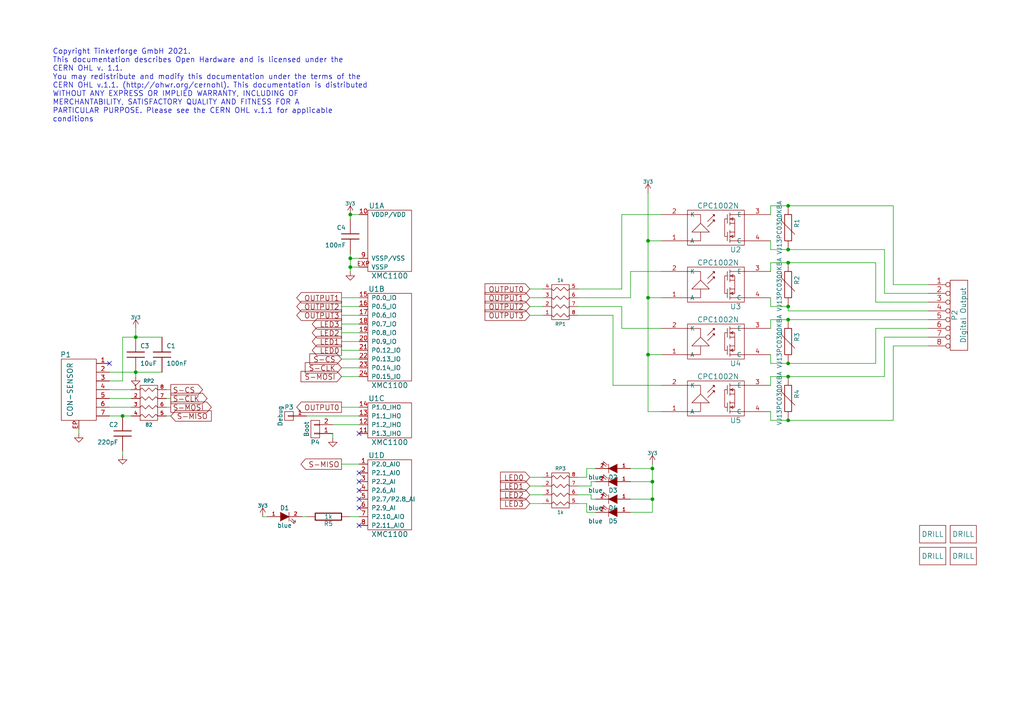
<source format=kicad_sch>
(kicad_sch (version 20211123) (generator eeschema)
  (paper "A4")
  (title_block (title "Industrial Quad Relay") (date "2021-12-03") (rev "2.1") (company "Tinkerforge GmbH") (comment 1 "Licensed under CERN OHL v.1.1") (comment 2 "Copyright (©) 2021, B.Nordmeyer <bastian@tinkerforge.com>"))
  (lib_symbols
    (symbol "tinkerforge:3V3" (power) (pin_names (offset 0))
      (property "Value" "3V3" (at 0 3.556 0))
      (symbol "3V3_0_1"
        (polyline (pts (xy -0.762 1.27) (xy 0 2.54)))
        (polyline (pts (xy 0 0) (xy 0 2.54)))
        (polyline (pts (xy 0 2.54) (xy 0.762 1.27)))
      )
      (symbol "3V3_1_1"
        (pin power_in line (at 0 0 90) (length 0) hide (name "3V3") (number "1"))
      )
    )
    (symbol "tinkerforge:C" (pin_numbers hide) (pin_names (offset 0.254))
      (property "Reference" "C" (at 1.27 2.54 0))
      (property "Value" "C" (at 1.27 -2.54 0))
      (symbol "C_0_1"
        (polyline (pts (xy -2.54 -0.762) (xy 2.54 -0.762)) (stroke (width 0.254)))
        (polyline (pts (xy -2.54 0.762) (xy 2.54 0.762)) (stroke (width 0.254)))
      )
      (symbol "C_1_1"
        (pin passive line (at 0 5.08 270) (length 4.318) (name "~") (number "1"))
        (pin passive line (at 0 -5.08 90) (length 4.318) (name "~") (number "2"))
      )
    )
    (symbol "tinkerforge:CON-SENSOR2" (pin_names (offset 1.016))
      (property "Reference" "P" (at -3.81 10.16 0))
      (property "Value" "CON-SENSOR2" (at 3.81 0 90))
      (symbol "CON-SENSOR2_0_1"
        (rectangle (start -5.08 8.89) (end 5.08 -8.89))
      )
      (symbol "CON-SENSOR2_1_1"
        (pin passive line (at -8.89 7.62 0) (length 3.81) (name "~") (number "1"))
        (pin passive line (at -8.89 5.08 0) (length 3.81) (name "~") (number "2"))
        (pin passive line (at -8.89 2.54 0) (length 3.81) (name "~") (number "3"))
        (pin passive line (at -8.89 0 0) (length 3.81) (name "~") (number "4"))
        (pin passive line (at -8.89 -2.54 0) (length 3.81) (name "~") (number "5"))
        (pin passive line (at -8.89 -5.08 0) (length 3.81) (name "~") (number "6"))
        (pin passive line (at -8.89 -7.62 0) (length 3.81) (name "~") (number "7"))
        (pin passive line (at 0 -11.43 90) (length 2.54) (name "~") (number "EP"))
      )
    )
    (symbol "tinkerforge:CONN_01X01" (pin_names (offset 1.016) hide)
      (property "Reference" "P" (at 0 2.54 0))
      (property "Value" "CONN_01X01" (at 2.54 0 90))
      (symbol "CONN_01X01_0_1"
        (rectangle (start -1.27 0.127) (end 0.254 -0.127))
        (rectangle (start -1.27 1.27) (end 1.27 -1.27))
      )
      (symbol "CONN_01X01_1_1"
        (pin passive line (at -5.08 0 0) (length 3.81) (name "P1") (number "1"))
      )
    )
    (symbol "tinkerforge:CONN_01X02" (pin_names (offset 1.016) hide)
      (property "Reference" "P" (at 0 3.81 0))
      (property "Value" "CONN_01X02" (at 2.54 0 90))
      (symbol "CONN_01X02_0_1"
        (rectangle (start -1.27 -1.143) (end 0.254 -1.397))
        (rectangle (start -1.27 1.397) (end 0.254 1.143))
        (rectangle (start -1.27 2.54) (end 1.27 -2.54))
      )
      (symbol "CONN_01X02_1_1"
        (pin passive line (at -5.08 1.27 0) (length 3.81) (name "P1") (number "1"))
        (pin passive line (at -5.08 -1.27 0) (length 3.81) (name "P2") (number "2"))
      )
    )
    (symbol "tinkerforge:CONN_8" (pin_names (offset 0.762) hide)
      (property "Reference" "P" (at -1.27 0 90))
      (property "Value" "CONN_8" (at 1.27 0 90))
      (symbol "CONN_8_0_1"
        (rectangle (start -2.54 10.16) (end 2.54 -10.16))
      )
      (symbol "CONN_8_1_1"
        (pin passive inverted (at -8.89 8.89 0) (length 6.35) (name "1") (number "1"))
        (pin passive inverted (at -8.89 6.35 0) (length 6.35) (name "2") (number "2"))
        (pin passive inverted (at -8.89 3.81 0) (length 6.35) (name "3") (number "3"))
        (pin passive inverted (at -8.89 1.27 0) (length 6.35) (name "4") (number "4"))
        (pin passive inverted (at -8.89 -1.27 0) (length 6.35) (name "5") (number "5"))
        (pin passive inverted (at -8.89 -3.81 0) (length 6.35) (name "6") (number "6"))
        (pin passive inverted (at -8.89 -6.35 0) (length 6.35) (name "~") (number "7"))
        (pin passive inverted (at -8.89 -8.89 0) (length 6.35) (name "~") (number "8"))
      )
    )
    (symbol "tinkerforge:DRILL" (pin_numbers hide) (pin_names (offset 0) hide)
      (property "Value" "DRILL" (at 0 0 0))
      (symbol "DRILL_0_1"
        (rectangle (start -3.81 2.54) (end 3.81 -2.54))
      )
    )
    (symbol "tinkerforge:GND" (power) (pin_names (offset 0))
      (property "Value" "GND" (at 0 -5.08 0))
      (symbol "GND_0_1"
        (polyline (pts (xy 0 0) (xy 0 -1.27) (xy 1.27 -1.27) (xy 0 -2.54) (xy -1.27 -1.27) (xy 0 -1.27)))
      )
      (symbol "GND_1_1"
        (pin power_in line (at 0 0 270) (length 0) hide (name "GND") (number "1"))
      )
    )
    (symbol "tinkerforge:LED" (pin_names (offset 1.016) hide)
      (property "Reference" "D" (at 0 2.54 0))
      (property "Value" "LED" (at 0 -2.54 0))
      (symbol "LED_0_1"
        (polyline (pts (xy 1.27 1.27) (xy 1.27 -1.27)))
        (polyline (pts (xy -1.27 1.27) (xy 1.27 0) (xy -1.27 -1.27)) (fill (type outline)))
        (polyline (pts (xy 1.651 -1.016) (xy 2.794 -2.032) (xy 2.667 -1.397)))
        (polyline (pts (xy 2.032 -0.635) (xy 3.175 -1.651) (xy 3.048 -1.016)))
      )
      (symbol "LED_1_1"
        (pin passive line (at -5.08 0 0) (length 3.81) (name "A") (number "1"))
        (pin passive line (at 5.08 0 180) (length 3.81) (name "K") (number "2"))
      )
    )
    (symbol "tinkerforge:OPTO-TRANSISTOR_MOSFET" (pin_names (offset 0.762))
      (property "Reference" "U" (at 5.08 6.35 0))
      (property "Value" "OPTO-TRANSISTOR_MOSFET" (at 0 -6.35 0))
      (symbol "OPTO-TRANSISTOR_MOSFET_0_1"
        (rectangle (start -8.89 5.08) (end 7.62 -5.08))
        (polyline (pts (xy 2.667 -1.27) (xy 2.667 -3.81)))
        (polyline (pts (xy 2.667 3.81) (xy 2.667 1.27)))
        (polyline (pts (xy 3.429 -3.302) (xy 3.429 -4.318)))
        (polyline (pts (xy 3.429 -3.048) (xy 3.429 -2.032)))
        (polyline (pts (xy 3.429 -1.778) (xy 3.429 -0.762)))
        (polyline (pts (xy 3.429 1.778) (xy 3.429 0.762)))
        (polyline (pts (xy 3.429 3.048) (xy 3.429 2.032)))
        (polyline (pts (xy 3.429 3.81) (xy 3.429 3.302)))
        (polyline (pts (xy 3.429 3.81) (xy 3.429 4.318)))
        (polyline (pts (xy 4.826 1.27) (xy 4.826 -1.27)))
        (polyline (pts (xy 6.35 -3.81) (xy 3.429 -3.81)))
        (polyline (pts (xy 6.35 3.81) (xy 3.429 3.81)))
        (polyline (pts (xy -8.89 -3.81) (xy -7.62 -3.81) (xy -7.62 -3.81)))
        (polyline (pts (xy -8.89 3.81) (xy -7.62 3.81) (xy -7.62 3.81)))
        (polyline (pts (xy -1.524 -2.286) (xy -1.016 -1.778) (xy -1.016 -1.778)))
        (polyline (pts (xy 7.62 -3.81) (xy 6.35 -3.81) (xy 6.35 -3.81)))
        (polyline (pts (xy 7.62 3.81) (xy 6.35 3.81) (xy 6.35 3.81)))
        (polyline (pts (xy -5.08 -1.27) (xy -5.08 -3.81) (xy -7.62 -3.81) (xy -7.62 -3.81)))
        (polyline (pts (xy 2.54 -2.54) (xy 1.905 -2.54) (xy 1.905 2.54) (xy 2.667 2.54)))
        (polyline (pts (xy 3.429 -1.27) (xy 4.826 -1.27) (xy 4.826 -2.54) (xy 3.429 -2.54)))
        (polyline (pts (xy 3.429 1.27) (xy 4.826 1.27) (xy 4.826 2.54) (xy 3.429 2.54)))
        (polyline (pts (xy 3.556 -2.54) (xy 4.318 -2.159) (xy 4.318 -2.921) (xy 3.556 -2.54)))
        (polyline (pts (xy 3.556 2.54) (xy 4.318 2.921) (xy 4.318 2.159) (xy 3.556 2.54)))
        (polyline (pts (xy -3.048 -0.254) (xy -1.016 -2.286) (xy -1.016 -1.778) (xy -1.016 -2.286) (xy -1.524 -2.286) (xy -1.524 -2.286)))
        (polyline (pts (xy -3.048 -1.778) (xy -1.016 -3.81) (xy -1.016 -3.302) (xy -1.016 -3.81) (xy -1.524 -3.81) (xy -1.016 -3.302) (xy -1.016 -3.302)))
        (polyline (pts (xy -7.62 3.81) (xy -5.08 3.81) (xy -5.08 1.27) (xy -7.62 1.27) (xy -5.08 -1.27) (xy -2.54 1.27) (xy -5.08 1.27) (xy -5.08 1.27)))
      )
      (symbol "OPTO-TRANSISTOR_MOSFET_1_1"
        (pin passive line (at -16.51 3.81 0) (length 7.62) (name "A") (number "1"))
        (pin passive line (at -16.51 -3.81 0) (length 7.62) (name "K") (number "2"))
        (pin passive line (at 15.24 -3.81 180) (length 7.62) (name "E") (number "3"))
        (pin passive line (at 15.24 3.81 180) (length 7.62) (name "C") (number "4"))
      )
    )
    (symbol "tinkerforge:R" (pin_numbers hide) (pin_names (offset 0))
      (property "Reference" "R" (at 2.032 0 90))
      (property "Value" "R" (at 0 0 90))
      (symbol "R_0_1"
        (rectangle (start -1.016 3.81) (end 1.016 -3.81) (stroke (width 0.3048)))
      )
      (symbol "R_1_1"
        (pin passive line (at 0 6.35 270) (length 2.54) (name "~") (number "1"))
        (pin passive line (at 0 -6.35 90) (length 2.54) (name "~") (number "2"))
      )
    )
    (symbol "tinkerforge:R_PACK4" (pin_names hide)
      (property "Reference" "RP" (at 0 11.43 0))
      (property "Value" "R_PACK4" (at 0 -1.27 0))
      (symbol "R_PACK4_0_1"
        (polyline (pts (xy -2.54 10.16) (xy -2.54 0) (xy 2.54 0) (xy 2.54 10.16) (xy -2.54 10.16)))
        (polyline (pts (xy -2.54 1.27) (xy -2.032 1.778) (xy -1.016 0.762) (xy 0 1.778) (xy 1.016 0.762) (xy 2.032 1.778) (xy 2.54 1.27)))
        (polyline (pts (xy -2.54 3.81) (xy -2.032 4.318) (xy -1.016 3.302) (xy 0 4.318) (xy 1.016 3.302) (xy 2.032 4.318) (xy 2.54 3.81)))
        (polyline (pts (xy -2.54 6.35) (xy -2.032 6.858) (xy -1.016 5.842) (xy 0 6.858) (xy 1.016 5.842) (xy 2.032 6.858) (xy 2.54 6.35)))
        (polyline (pts (xy -2.54 8.89) (xy -2.032 9.398) (xy -1.016 8.382) (xy 0 9.398) (xy 1.016 8.382) (xy 2.032 9.398) (xy 2.54 8.89)))
      )
      (symbol "R_PACK4_1_1"
        (pin passive line (at -5.08 8.89 0) (length 2.54) (name "P1") (number "1"))
        (pin passive line (at -5.08 6.35 0) (length 2.54) (name "P2") (number "2"))
        (pin passive line (at -5.08 3.81 0) (length 2.54) (name "P3") (number "3"))
        (pin passive line (at -5.08 1.27 0) (length 2.54) (name "P4") (number "4"))
        (pin passive line (at 5.08 1.27 180) (length 2.54) (name "R4") (number "5"))
        (pin passive line (at 5.08 3.81 180) (length 2.54) (name "R3") (number "6"))
        (pin passive line (at 5.08 6.35 180) (length 2.54) (name "R2") (number "7"))
        (pin passive line (at 5.08 8.89 180) (length 2.54) (name "R1") (number "8"))
      )
    )
    (symbol "tinkerforge:Varistor" (pin_numbers hide) (pin_names (offset 0))
      (property "Reference" "R" (at 2.54 1.27 90))
      (property "Value" "Varistor" (at -2.54 0 90))
      (symbol "Varistor_0_1"
        (rectangle (start -1.016 3.81) (end 1.016 -3.81) (stroke (width 0.2032)))
        (polyline (pts (xy -1.905 3.175) (xy -1.905 1.905) (xy 1.905 -1.905) (xy 1.9304 -1.9304)))
      )
      (symbol "Varistor_1_1"
        (pin passive line (at 0 6.35 270) (length 2.54) (name "~") (number "1"))
        (pin passive line (at 0 -6.35 90) (length 2.54) (name "~") (number "2"))
      )
    )
    (symbol "tinkerforge:XMC1XXX24" (pin_names (offset 1.016))
      (property "Reference" "U" (at -3.81 15.24 0))
      (property "Value" "XMC1XXX24" (at 0 -16.51 0))
      (symbol "XMC1XXX24_1_1"
        (rectangle (start -6.35 8.89) (end 6.35 -8.89))
        (pin passive line (at -8.89 7.62 0) (length 2.54) (name "VDDP/VDD") (number "10"))
        (pin passive line (at -8.89 -5.08 0) (length 2.54) (name "VSSP/VSS") (number "9"))
        (pin passive line (at -8.89 -7.62 0) (length 2.54) (name "VSSP") (number "EXP"))
      )
      (symbol "XMC1XXX24_2_1"
        (rectangle (start -6.35 12.7) (end 6.35 -12.7))
        (pin passive line (at -8.89 11.43 0) (length 2.54) (name "P0.0_IO") (number "15"))
        (pin passive line (at -8.89 8.89 0) (length 2.54) (name "P0.5_IO") (number "16"))
        (pin passive line (at -8.89 6.35 0) (length 2.54) (name "P0.6_IO") (number "17"))
        (pin passive line (at -8.89 3.81 0) (length 2.54) (name "P0.7_IO") (number "18"))
        (pin passive line (at -8.89 1.27 0) (length 2.54) (name "P0.8_IO") (number "19"))
        (pin passive line (at -8.89 -1.27 0) (length 2.54) (name "P0.9_IO") (number "20"))
        (pin passive line (at -8.89 -3.81 0) (length 2.54) (name "P0.12_IO") (number "21"))
        (pin passive line (at -8.89 -6.35 0) (length 2.54) (name "P0.13_IO") (number "22"))
        (pin passive line (at -8.89 -8.89 0) (length 2.54) (name "P0.14_IO") (number "23"))
        (pin passive line (at -8.89 -11.43 0) (length 2.54) (name "P0.15_IO") (number "24"))
      )
      (symbol "XMC1XXX24_3_1"
        (rectangle (start -6.35 5.08) (end 6.35 -5.08))
        (pin passive line (at -8.89 -3.81 0) (length 2.54) (name "P1.3_IHO") (number "11"))
        (pin passive line (at -8.89 -1.27 0) (length 2.54) (name "P1.2_IHO") (number "12"))
        (pin passive line (at -8.89 1.27 0) (length 2.54) (name "P1.1_IHO") (number "13"))
        (pin passive line (at -8.89 3.81 0) (length 2.54) (name "P1.0_IHO") (number "14"))
      )
      (symbol "XMC1XXX24_4_1"
        (rectangle (start -6.35 10.16) (end 6.35 -10.16))
        (pin passive line (at -8.89 8.89 0) (length 2.54) (name "P2.0_AIO") (number "1"))
        (pin passive line (at -8.89 6.35 0) (length 2.54) (name "P2.1_AIO") (number "2"))
        (pin passive line (at -8.89 3.81 0) (length 2.54) (name "P2.2_AI") (number "3"))
        (pin passive line (at -8.89 1.27 0) (length 2.54) (name "P2.6_AI") (number "4"))
        (pin passive line (at -8.89 -1.27 0) (length 2.54) (name "P2.7/P2.8_AI") (number "5"))
        (pin passive line (at -8.89 -3.81 0) (length 2.54) (name "P2.9_AI") (number "6"))
        (pin passive line (at -8.89 -6.35 0) (length 2.54) (name "P2.10_AIO") (number "7"))
        (pin passive line (at -8.89 -8.89 0) (length 2.54) (name "P2.11_AIO") (number "8"))
      )
    )
  )
  (junction (at 39.37 107.95))
  (junction (at 101.6 77.47))
  (junction (at 39.37 97.79))
  (junction (at 187.96 69.85))
  (junction (at 187.96 102.87))
  (junction (at 189.23 135.89))
  (junction (at 228.6 88.9))
  (junction (at 228.6 92.71))
  (junction (at 101.6 62.23))
  (junction (at 189.23 144.78))
  (junction (at 228.6 59.69))
  (junction (at 187.96 86.36))
  (junction (at 189.23 139.7))
  (junction (at 35.56 120.65))
  (junction (at 228.6 72.39))
  (junction (at 228.6 105.41))
  (junction (at 228.6 121.92))
  (junction (at 228.6 109.22))
  (junction (at 101.6 74.93))
  (junction (at 228.6 76.2))
  (no_connect (at 104.14 137.16))
  (no_connect (at 104.14 139.7))
  (no_connect (at 104.14 142.24))
  (no_connect (at 104.14 152.4))
  (no_connect (at 104.14 144.78))
  (no_connect (at 104.14 125.73))
  (no_connect (at 104.14 147.32))
  (no_connect (at 31.75 105.41))
  (wire (pts (xy 189.23 148.59) (xy 189.23 144.78)))
  (wire (pts (xy 31.75 107.95) (xy 39.37 107.95)))
  (wire (pts (xy 223.52 105.41) (xy 223.52 102.87)))
  (wire (pts (xy 171.45 144.78) (xy 172.72 144.78)))
  (wire (pts (xy 180.34 95.25) (xy 191.77 95.25)))
  (wire (pts (xy 104.14 88.9) (xy 99.06 88.9)))
  (wire (pts (xy 167.64 143.51) (xy 171.45 143.51)))
  (wire (pts (xy 259.08 121.92) (xy 228.6 121.92)))
  (wire (pts (xy 256.54 72.39) (xy 256.54 85.09)))
  (wire (pts (xy 88.9 120.65) (xy 104.14 120.65)))
  (wire (pts (xy 191.77 111.76) (xy 177.8 111.76)))
  (wire (pts (xy 99.06 109.22) (xy 104.14 109.22)))
  (wire (pts (xy 189.23 139.7) (xy 189.23 135.89)))
  (wire (pts (xy 223.52 111.76) (xy 223.52 109.22)))
  (wire (pts (xy 171.45 140.97) (xy 171.45 139.7)))
  (wire (pts (xy 101.6 63.5) (xy 101.6 62.23)))
  (wire (pts (xy 153.67 138.43) (xy 157.48 138.43)))
  (wire (pts (xy 31.75 120.65) (xy 35.56 120.65)))
  (wire (pts (xy 228.6 109.22) (xy 256.54 109.22)))
  (wire (pts (xy 223.52 62.23) (xy 223.52 59.69)))
  (wire (pts (xy 223.52 86.36) (xy 223.52 88.9)))
  (wire (pts (xy 259.08 100.33) (xy 259.08 121.92)))
  (wire (pts (xy 182.88 139.7) (xy 189.23 139.7)))
  (wire (pts (xy 182.88 148.59) (xy 189.23 148.59)))
  (wire (pts (xy 189.23 144.78) (xy 189.23 139.7)))
  (wire (pts (xy 167.64 91.44) (xy 177.8 91.44)))
  (wire (pts (xy 104.14 93.98) (xy 99.06 93.98)))
  (wire (pts (xy 254 105.41) (xy 228.6 105.41)))
  (wire (pts (xy 223.52 121.92) (xy 223.52 119.38)))
  (wire (pts (xy 180.34 95.25) (xy 180.34 88.9)))
  (wire (pts (xy 157.48 146.05) (xy 153.67 146.05)))
  (wire (pts (xy 223.52 88.9) (xy 228.6 88.9)))
  (wire (pts (xy 38.1 118.11) (xy 31.75 118.11)))
  (wire (pts (xy 177.8 91.44) (xy 177.8 111.76)))
  (wire (pts (xy 104.14 74.93) (xy 101.6 74.93)))
  (wire (pts (xy 187.96 69.85) (xy 191.77 69.85)))
  (wire (pts (xy 35.56 97.79) (xy 39.37 97.79)))
  (wire (pts (xy 96.52 123.19) (xy 104.14 123.19)))
  (wire (pts (xy 170.18 138.43) (xy 170.18 135.89)))
  (wire (pts (xy 170.18 135.89) (xy 172.72 135.89)))
  (wire (pts (xy 187.96 102.87) (xy 187.96 86.36)))
  (wire (pts (xy 153.67 83.82) (xy 157.48 83.82)))
  (wire (pts (xy 101.6 77.47) (xy 101.6 78.74)))
  (wire (pts (xy 170.18 146.05) (xy 167.64 146.05)))
  (wire (pts (xy 101.6 62.23) (xy 104.14 62.23)))
  (wire (pts (xy 35.56 132.08) (xy 35.56 130.81)))
  (wire (pts (xy 228.6 76.2) (xy 254 76.2)))
  (wire (pts (xy 228.6 88.9) (xy 228.6 90.17)))
  (wire (pts (xy 259.08 82.55) (xy 269.24 82.55)))
  (wire (pts (xy 256.54 85.09) (xy 269.24 85.09)))
  (wire (pts (xy 96.52 127) (xy 96.52 125.73)))
  (wire (pts (xy 171.45 143.51) (xy 171.45 144.78)))
  (wire (pts (xy 182.88 135.89) (xy 189.23 135.89)))
  (wire (pts (xy 223.52 72.39) (xy 223.52 69.85)))
  (wire (pts (xy 48.26 113.03) (xy 49.53 113.03)))
  (wire (pts (xy 189.23 135.89) (xy 189.23 134.62)))
  (wire (pts (xy 35.56 97.79) (xy 35.56 110.49)))
  (wire (pts (xy 187.96 69.85) (xy 187.96 55.88)))
  (wire (pts (xy 157.48 140.97) (xy 153.67 140.97)))
  (wire (pts (xy 228.6 92.71) (xy 269.24 92.71)))
  (wire (pts (xy 191.77 119.38) (xy 187.96 119.38)))
  (wire (pts (xy 49.53 120.65) (xy 48.26 120.65)))
  (wire (pts (xy 269.24 100.33) (xy 259.08 100.33)))
  (wire (pts (xy 153.67 143.51) (xy 157.48 143.51)))
  (wire (pts (xy 39.37 97.79) (xy 46.99 97.79)))
  (wire (pts (xy 256.54 109.22) (xy 256.54 97.79)))
  (wire (pts (xy 180.34 88.9) (xy 167.64 88.9)))
  (wire (pts (xy 167.64 138.43) (xy 170.18 138.43)))
  (wire (pts (xy 99.06 134.62) (xy 104.14 134.62)))
  (wire (pts (xy 153.67 91.44) (xy 157.48 91.44)))
  (wire (pts (xy 39.37 95.25) (xy 39.37 97.79)))
  (wire (pts (xy 76.2 149.86) (xy 77.47 149.86)))
  (wire (pts (xy 187.96 102.87) (xy 191.77 102.87)))
  (wire (pts (xy 35.56 120.65) (xy 38.1 120.65)))
  (wire (pts (xy 22.86 125.73) (xy 22.86 124.46)))
  (wire (pts (xy 228.6 59.69) (xy 259.08 59.69)))
  (wire (pts (xy 259.08 59.69) (xy 259.08 82.55)))
  (wire (pts (xy 172.72 148.59) (xy 170.18 148.59)))
  (wire (pts (xy 171.45 139.7) (xy 172.72 139.7)))
  (wire (pts (xy 254 105.41) (xy 254 95.25)))
  (wire (pts (xy 187.96 86.36) (xy 187.96 69.85)))
  (wire (pts (xy 182.88 144.78) (xy 189.23 144.78)))
  (wire (pts (xy 223.52 95.25) (xy 223.52 92.71)))
  (wire (pts (xy 99.06 96.52) (xy 104.14 96.52)))
  (wire (pts (xy 99.06 91.44) (xy 104.14 91.44)))
  (wire (pts (xy 167.64 140.97) (xy 171.45 140.97)))
  (wire (pts (xy 157.48 86.36) (xy 153.67 86.36)))
  (wire (pts (xy 187.96 86.36) (xy 191.77 86.36)))
  (wire (pts (xy 223.52 78.74) (xy 223.52 76.2)))
  (wire (pts (xy 99.06 104.14) (xy 104.14 104.14)))
  (wire (pts (xy 228.6 121.92) (xy 223.52 121.92)))
  (wire (pts (xy 254 76.2) (xy 254 87.63)))
  (wire (pts (xy 182.88 78.74) (xy 191.77 78.74)))
  (wire (pts (xy 87.63 149.86) (xy 88.9 149.86)))
  (wire (pts (xy 180.34 62.23) (xy 191.77 62.23)))
  (wire (pts (xy 101.6 73.66) (xy 101.6 74.93)))
  (wire (pts (xy 104.14 106.68) (xy 99.06 106.68)))
  (wire (pts (xy 254 87.63) (xy 269.24 87.63)))
  (wire (pts (xy 31.75 115.57) (xy 38.1 115.57)))
  (wire (pts (xy 99.06 118.11) (xy 104.14 118.11)))
  (wire (pts (xy 180.34 62.23) (xy 180.34 83.82)))
  (wire (pts (xy 223.52 109.22) (xy 228.6 109.22)))
  (wire (pts (xy 170.18 148.59) (xy 170.18 146.05)))
  (wire (pts (xy 99.06 101.6) (xy 104.14 101.6)))
  (wire (pts (xy 99.06 86.36) (xy 104.14 86.36)))
  (wire (pts (xy 101.6 149.86) (xy 104.14 149.86)))
  (wire (pts (xy 254 95.25) (xy 269.24 95.25)))
  (wire (pts (xy 228.6 105.41) (xy 223.52 105.41)))
  (wire (pts (xy 256.54 97.79) (xy 269.24 97.79)))
  (wire (pts (xy 223.52 92.71) (xy 228.6 92.71)))
  (wire (pts (xy 39.37 107.95) (xy 46.99 107.95)))
  (wire (pts (xy 256.54 72.39) (xy 228.6 72.39)))
  (wire (pts (xy 228.6 72.39) (xy 223.52 72.39)))
  (wire (pts (xy 48.26 118.11) (xy 49.53 118.11)))
  (wire (pts (xy 269.24 90.17) (xy 228.6 90.17)))
  (wire (pts (xy 101.6 74.93) (xy 101.6 77.47)))
  (wire (pts (xy 104.14 99.06) (xy 99.06 99.06)))
  (wire (pts (xy 182.88 86.36) (xy 182.88 78.74)))
  (wire (pts (xy 167.64 86.36) (xy 182.88 86.36)))
  (wire (pts (xy 157.48 88.9) (xy 153.67 88.9)))
  (wire (pts (xy 180.34 83.82) (xy 167.64 83.82)))
  (wire (pts (xy 223.52 59.69) (xy 228.6 59.69)))
  (wire (pts (xy 39.37 107.95) (xy 39.37 109.22)))
  (wire (pts (xy 35.56 110.49) (xy 31.75 110.49)))
  (wire (pts (xy 187.96 119.38) (xy 187.96 102.87)))
  (wire (pts (xy 223.52 76.2) (xy 228.6 76.2)))
  (wire (pts (xy 49.53 115.57) (xy 48.26 115.57)))
  (wire (pts (xy 104.14 77.47) (xy 101.6 77.47)))
  (wire (pts (xy 31.75 113.03) (xy 38.1 113.03)))
  (text "Copyright Tinkerforge GmbH 2021.\nThis documentation describes Open Hardware and is licensed under the\nCERN OHL v. 1.1.\nYou may redistribute and modify this documentation under the terms of the\nCERN OHL v.1.1. (http://ohwr.org/cernohl). This documentation is distributed\nWITHOUT ANY EXPRESS OR IMPLIED WARRANTY, INCLUDING OF\nMERCHANTABILITY, SATISFACTORY QUALITY AND FITNESS FOR A\nPARTICULAR PURPOSE. Please see the CERN OHL v.1.1 for applicable\nconditions\n" (at 15.24 35.56 0) (effects (font (size 1.524 1.524)) (justify left bottom)))
  (global_label "OUTPUT0" (shape input) (at 153.67 83.82 180) (effects (font (size 1.524 1.524))) (property "Intersheet References" "${INTERSHEET_REFS}" (effects hide)))
  (global_label "OUTPUT1" (shape input) (at 153.67 86.36 180) (effects (font (size 1.524 1.524))) (property "Intersheet References" "${INTERSHEET_REFS}" (effects hide)))
  (global_label "OUTPUT2" (shape input) (at 153.67 88.9 180) (effects (font (size 1.524 1.524))) (property "Intersheet References" "${INTERSHEET_REFS}" (effects hide)))
  (global_label "S-MOSI" (shape input) (at 99.06 109.22 180) (effects (font (size 1.524 1.524))) (property "Intersheet References" "${INTERSHEET_REFS}" (effects hide)))
  (global_label "OUTPUT3" (shape output) (at 99.06 91.44 180) (effects (font (size 1.524 1.524))) (property "Intersheet References" "${INTERSHEET_REFS}" (effects hide)))
  (global_label "LED2" (shape output) (at 99.06 96.52 180) (effects (font (size 1.524 1.524))) (property "Intersheet References" "${INTERSHEET_REFS}" (effects hide)))
  (global_label "S-CS" (shape output) (at 49.53 113.03 0) (effects (font (size 1.524 1.524))) (property "Intersheet References" "${INTERSHEET_REFS}" (effects hide)))
  (global_label "LED1" (shape output) (at 99.06 99.06 180) (effects (font (size 1.524 1.524))) (property "Intersheet References" "${INTERSHEET_REFS}" (effects hide)))
  (global_label "LED2" (shape input) (at 153.67 143.51 180) (effects (font (size 1.524 1.524))) (property "Intersheet References" "${INTERSHEET_REFS}" (effects hide)))
  (global_label "LED0" (shape output) (at 99.06 101.6 180) (effects (font (size 1.524 1.524))) (property "Intersheet References" "${INTERSHEET_REFS}" (effects hide)))
  (global_label "OUTPUT0" (shape output) (at 99.06 118.11 180) (effects (font (size 1.524 1.524))) (property "Intersheet References" "${INTERSHEET_REFS}" (effects hide)))
  (global_label "S-MISO" (shape output) (at 99.06 134.62 180) (effects (font (size 1.524 1.524))) (property "Intersheet References" "${INTERSHEET_REFS}" (effects hide)))
  (global_label "LED0" (shape input) (at 153.67 138.43 180) (effects (font (size 1.524 1.524))) (property "Intersheet References" "${INTERSHEET_REFS}" (effects hide)))
  (global_label "S-MOSI" (shape output) (at 49.53 118.11 0) (effects (font (size 1.524 1.524))) (property "Intersheet References" "${INTERSHEET_REFS}" (effects hide)))
  (global_label "LED3" (shape output) (at 99.06 93.98 180) (effects (font (size 1.524 1.524))) (property "Intersheet References" "${INTERSHEET_REFS}" (effects hide)))
  (global_label "S-MISO" (shape input) (at 49.53 120.65 0) (effects (font (size 1.524 1.524))) (property "Intersheet References" "${INTERSHEET_REFS}" (effects hide)))
  (global_label "OUTPUT2" (shape output) (at 99.06 88.9 180) (effects (font (size 1.524 1.524))) (property "Intersheet References" "${INTERSHEET_REFS}" (effects hide)))
  (global_label "S-CLK" (shape input) (at 99.06 106.68 180) (effects (font (size 1.524 1.524))) (property "Intersheet References" "${INTERSHEET_REFS}" (effects hide)))
  (global_label "S-CLK" (shape output) (at 49.53 115.57 0) (effects (font (size 1.524 1.524))) (property "Intersheet References" "${INTERSHEET_REFS}" (effects hide)))
  (global_label "OUTPUT3" (shape input) (at 153.67 91.44 180) (effects (font (size 1.524 1.524))) (property "Intersheet References" "${INTERSHEET_REFS}" (effects hide)))
  (global_label "OUTPUT1" (shape output) (at 99.06 86.36 180) (effects (font (size 1.524 1.524))) (property "Intersheet References" "${INTERSHEET_REFS}" (effects hide)))
  (global_label "S-CS" (shape input) (at 99.06 104.14 180) (effects (font (size 1.524 1.524))) (property "Intersheet References" "${INTERSHEET_REFS}" (effects hide)))
  (global_label "LED3" (shape input) (at 153.67 146.05 180) (effects (font (size 1.524 1.524))) (property "Intersheet References" "${INTERSHEET_REFS}" (effects hide)))
  (global_label "LED1" (shape input) (at 153.67 140.97 180) (effects (font (size 1.524 1.524))) (property "Intersheet References" "${INTERSHEET_REFS}" (effects hide)))
  (symbol (lib_id "tinkerforge:CON-SENSOR2") (at 22.86 113.03 0) (mirror y) (unit 1)
    (property "Reference" "P1" (at 19.05 102.87 0) (effects (font (size 1.524 1.524))))
    (property "Value" "CON-SENSOR" (at 20.32 113.03 90) (effects (font (size 1.524 1.524))))
    (property "Footprint" "kicad-libraries:CON-SENSOR2" (effects hide))
  )
  (symbol (lib_id "tinkerforge:3V3") (at 39.37 95.25 0) (unit 1)
    (property "Reference" "#PWR04" (effects hide))
    (property "Value" "3V3" (at 39.37 92.075 0) (effects (font (size 1.016 1.016))))
  )
  (symbol (lib_id "tinkerforge:C") (at 46.99 102.87 0) (unit 1)
    (property "Reference" "C1" (at 48.26 100.33 0) (effects (justify left)))
    (property "Value" "100nF" (at 48.26 105.41 0) (effects (justify left)))
    (property "Footprint" "kicad-libraries:C0603F" (effects hide))
  )
  (symbol (lib_id "tinkerforge:GND") (at 39.37 109.22 0) (unit 1)
    (property "Reference" "#PWR03" (effects hide))
    (property "Value" "GND" (effects hide))
  )
  (symbol (lib_id "tinkerforge:CONN_8") (at 278.13 91.44 0) (unit 1)
    (property "Reference" "P2" (at 276.86 91.44 90) (effects (font (size 1.524 1.524))))
    (property "Value" "Digital Output" (at 279.4 91.44 90) (effects (font (size 1.524 1.524))))
    (property "Footprint" "kicad-libraries:OQ_8P" (effects hide))
  )
  (symbol (lib_id "tinkerforge:DRILL") (at 279.4 161.29 0) (unit 1)
    (property "Reference" "U9" (effects hide))
    (property "Value" "DRILL" (at 279.4 161.29 0) (effects (font (size 1.524 1.524))))
    (property "Footprint" "kicad-libraries:DRILL_NP" (effects hide))
  )
  (symbol (lib_id "tinkerforge:DRILL") (at 279.4 154.94 0) (unit 1)
    (property "Reference" "U8" (effects hide))
    (property "Value" "DRILL" (at 279.4 154.94 0) (effects (font (size 1.524 1.524))))
    (property "Footprint" "kicad-libraries:DRILL_NP" (effects hide))
  )
  (symbol (lib_id "tinkerforge:DRILL") (at 270.51 154.94 0) (unit 1)
    (property "Reference" "U6" (effects hide))
    (property "Value" "DRILL" (at 270.51 154.94 0) (effects (font (size 1.524 1.524))))
    (property "Footprint" "kicad-libraries:DRILL_NP" (effects hide))
  )
  (symbol (lib_id "tinkerforge:DRILL") (at 270.51 161.29 0) (unit 1)
    (property "Reference" "U7" (effects hide))
    (property "Value" "DRILL" (at 270.51 161.29 0) (effects (font (size 1.524 1.524))))
    (property "Footprint" "kicad-libraries:DRILL_NP" (effects hide))
  )
  (symbol (lib_id "tinkerforge:GND") (at 22.86 125.73 0) (unit 1)
    (property "Reference" "#PWR02" (effects hide))
    (property "Value" "GND" (effects hide))
  )
  (symbol (lib_id "tinkerforge:R_PACK4") (at 162.56 82.55 0) (mirror x) (unit 1)
    (property "Reference" "RP1" (at 162.56 93.98 0) (effects (font (size 1.016 1.016))))
    (property "Value" "1k" (at 162.56 81.28 0) (effects (font (size 1.016 1.016))))
    (property "Footprint" "kicad-libraries:0603X4" (effects hide))
  )
  (symbol (lib_id "tinkerforge:OPTO-TRANSISTOR_MOSFET") (at 208.28 66.04 0) (mirror x) (unit 1)
    (property "Reference" "U2" (at 213.36 72.39 0) (effects (font (size 1.524 1.524))))
    (property "Value" "CPC1002N" (at 208.28 59.69 0) (effects (font (size 1.524 1.524))))
    (property "Footprint" "kicad-libraries:SOP4-WIDE" (effects hide))
  )
  (symbol (lib_id "tinkerforge:OPTO-TRANSISTOR_MOSFET") (at 208.28 82.55 0) (mirror x) (unit 1)
    (property "Reference" "U3" (at 213.36 88.9 0) (effects (font (size 1.524 1.524))))
    (property "Value" "CPC1002N" (at 208.28 76.2 0) (effects (font (size 1.524 1.524))))
    (property "Footprint" "kicad-libraries:SOP4-WIDE" (effects hide))
  )
  (symbol (lib_id "tinkerforge:OPTO-TRANSISTOR_MOSFET") (at 208.28 99.06 0) (mirror x) (unit 1)
    (property "Reference" "U4" (at 213.36 105.41 0) (effects (font (size 1.524 1.524))))
    (property "Value" "CPC1002N" (at 208.28 92.71 0) (effects (font (size 1.524 1.524))))
    (property "Footprint" "kicad-libraries:SOP4-WIDE" (effects hide))
  )
  (symbol (lib_id "tinkerforge:OPTO-TRANSISTOR_MOSFET") (at 208.28 115.57 0) (mirror x) (unit 1)
    (property "Reference" "U5" (at 213.36 121.92 0) (effects (font (size 1.524 1.524))))
    (property "Value" "CPC1002N" (at 208.28 109.22 0) (effects (font (size 1.524 1.524))))
    (property "Footprint" "kicad-libraries:SOP4-WIDE" (effects hide))
  )
  (symbol (lib_id "tinkerforge:Varistor") (at 228.6 66.04 0) (unit 1)
    (property "Reference" "R1" (at 231.14 64.77 90))
    (property "Value" "VJ13PC0300KBA" (at 226.06 66.04 90))
    (property "Footprint" "kicad-libraries:R1210" (effects hide))
  )
  (symbol (lib_id "tinkerforge:Varistor") (at 228.6 82.55 0) (unit 1)
    (property "Reference" "R2" (at 231.14 81.28 90))
    (property "Value" "VJ13PC0300KBA" (at 226.06 82.55 90))
    (property "Footprint" "kicad-libraries:R1210" (effects hide))
  )
  (symbol (lib_id "tinkerforge:Varistor") (at 228.6 99.06 0) (unit 1)
    (property "Reference" "R3" (at 231.14 97.79 90))
    (property "Value" "VJ13PC0300KBA" (at 226.06 99.06 90))
    (property "Footprint" "kicad-libraries:R1210" (effects hide))
  )
  (symbol (lib_id "tinkerforge:Varistor") (at 228.6 115.57 0) (unit 1)
    (property "Reference" "R4" (at 231.14 114.3 90))
    (property "Value" "VJ13PC0300KBA" (at 226.06 115.57 90))
    (property "Footprint" "kicad-libraries:R1210" (effects hide))
  )
  (symbol (lib_id "tinkerforge:3V3") (at 187.96 55.88 0) (unit 1)
    (property "Reference" "#PWR01" (effects hide))
    (property "Value" "3V3" (at 187.96 52.705 0) (effects (font (size 1.016 1.016))))
  )
  (symbol (lib_id "tinkerforge:C") (at 39.37 102.87 0) (unit 1)
    (property "Reference" "C3" (at 40.64 100.33 0) (effects (justify left)))
    (property "Value" "10uF" (at 40.64 105.41 0) (effects (justify left)))
    (property "Footprint" "kicad-libraries:C0805" (effects hide))
  )
  (symbol (lib_id "tinkerforge:3V3") (at 101.6 62.23 0) (unit 1)
    (property "Reference" "#PWR05" (effects hide))
    (property "Value" "3V3" (at 101.6 59.055 0) (effects (font (size 1.016 1.016))))
  )
  (symbol (lib_id "tinkerforge:C") (at 101.6 68.58 0) (mirror y) (unit 1)
    (property "Reference" "C4" (at 100.33 66.04 0) (effects (justify left)))
    (property "Value" "100nF" (at 100.33 71.12 0) (effects (justify left)))
    (property "Footprint" "kicad-libraries:C0603F" (effects hide))
  )
  (symbol (lib_id "tinkerforge:XMC1XXX24") (at 113.03 69.85 0) (unit 1)
    (property "Reference" "U1" (at 109.22 59.69 0) (effects (font (size 1.524 1.524))))
    (property "Value" "XMC1100" (at 113.03 80.01 0) (effects (font (size 1.524 1.524))))
    (property "Footprint" "kicad-libraries:QFN24-4x4mm-0.5mm" (effects hide))
  )
  (symbol (lib_id "tinkerforge:XMC1XXX24") (at 113.03 97.79 0) (unit 2)
    (property "Reference" "U1" (at 109.22 83.82 0) (effects (font (size 1.524 1.524))))
    (property "Value" "XMC1100" (at 113.03 111.76 0) (effects (font (size 1.524 1.524))))
    (property "Footprint" "kicad-libraries:QFN24-4x4mm-0.5mm" (effects hide))
  )
  (symbol (lib_id "tinkerforge:XMC1XXX24") (at 113.03 121.92 0) (unit 3)
    (property "Reference" "U1" (at 109.22 115.57 0) (effects (font (size 1.524 1.524))))
    (property "Value" "XMC1100" (at 113.03 128.27 0) (effects (font (size 1.524 1.524))))
    (property "Footprint" "kicad-libraries:QFN24-4x4mm-0.5mm" (effects hide))
  )
  (symbol (lib_id "tinkerforge:XMC1XXX24") (at 113.03 143.51 0) (unit 4)
    (property "Reference" "U1" (at 109.22 132.08 0) (effects (font (size 1.524 1.524))))
    (property "Value" "XMC1100" (at 113.03 154.94 0) (effects (font (size 1.524 1.524))))
    (property "Footprint" "kicad-libraries:QFN24-4x4mm-0.5mm" (effects hide))
  )
  (symbol (lib_id "tinkerforge:GND") (at 101.6 78.74 0) (unit 1)
    (property "Reference" "#PWR06" (effects hide))
    (property "Value" "GND" (effects hide))
  )
  (symbol (lib_id "tinkerforge:R_PACK4") (at 43.18 121.92 0) (unit 1)
    (property "Reference" "RP2" (at 43.18 110.49 0) (effects (font (size 1.016 1.016))))
    (property "Value" "82" (at 43.18 123.19 0) (effects (font (size 1.016 1.016))))
    (property "Footprint" "kicad-libraries:4X0402" (effects hide))
  )
  (symbol (lib_id "tinkerforge:C") (at 35.56 125.73 0) (mirror y) (unit 1)
    (property "Reference" "C2" (at 34.29 123.19 0) (effects (justify left)))
    (property "Value" "220pF" (at 34.29 128.27 0) (effects (justify left)))
    (property "Footprint" "kicad-libraries:C0402F" (effects hide))
  )
  (symbol (lib_id "tinkerforge:GND") (at 35.56 132.08 0) (unit 1)
    (property "Reference" "#PWR07" (effects hide))
    (property "Value" "GND" (effects hide))
  )
  (symbol (lib_id "tinkerforge:CONN_01X01") (at 83.82 120.65 0) (mirror y) (unit 1)
    (property "Reference" "P3" (at 83.82 118.11 0))
    (property "Value" "Debug" (at 81.28 120.65 90))
    (property "Footprint" "kicad-libraries:DEBUG_PAD" (effects hide))
  )
  (symbol (lib_id "tinkerforge:CONN_01X02") (at 91.44 124.46 180) (unit 1)
    (property "Reference" "P4" (at 91.44 128.27 0))
    (property "Value" "Boot" (at 88.9 124.46 90))
    (property "Footprint" "kicad-libraries:SolderJumper" (effects hide))
  )
  (symbol (lib_id "tinkerforge:LED") (at 82.55 149.86 0) (unit 1)
    (property "Reference" "D1" (at 82.55 147.32 0))
    (property "Value" "blue" (at 82.55 152.4 0))
    (property "Footprint" "kicad-libraries:D0603F" (effects hide))
  )
  (symbol (lib_id "tinkerforge:R") (at 95.25 149.86 270) (unit 1)
    (property "Reference" "R5" (at 95.25 151.892 90))
    (property "Value" "1k" (at 95.25 149.86 90))
    (property "Footprint" "kicad-libraries:R0603F" (effects hide))
  )
  (symbol (lib_id "tinkerforge:3V3") (at 76.2 149.86 0) (unit 1)
    (property "Reference" "#PWR08" (effects hide))
    (property "Value" "3V3" (at 76.2 146.685 0) (effects (font (size 1.016 1.016))))
  )
  (symbol (lib_id "tinkerforge:GND") (at 96.52 127 0) (unit 1)
    (property "Reference" "#PWR09" (effects hide))
    (property "Value" "GND" (effects hide))
  )
  (symbol (lib_id "tinkerforge:LED") (at 177.8 135.89 180) (unit 1)
    (property "Reference" "D2" (at 177.8 138.43 0))
    (property "Value" "blue" (at 172.72 138.43 0))
    (property "Footprint" "kicad-libraries:D0603F" (effects hide))
  )
  (symbol (lib_id "tinkerforge:R_PACK4") (at 162.56 147.32 0) (unit 1)
    (property "Reference" "RP3" (at 162.56 135.89 0) (effects (font (size 1.016 1.016))))
    (property "Value" "1k" (at 162.56 148.59 0) (effects (font (size 1.016 1.016))))
    (property "Footprint" "kicad-libraries:0603X4" (effects hide))
  )
  (symbol (lib_id "tinkerforge:LED") (at 177.8 139.7 180) (unit 1)
    (property "Reference" "D3" (at 177.8 142.24 0))
    (property "Value" "blue" (at 172.72 142.24 0))
    (property "Footprint" "kicad-libraries:D0603F" (effects hide))
  )
  (symbol (lib_id "tinkerforge:LED") (at 177.8 144.78 180) (unit 1)
    (property "Reference" "D4" (at 177.8 147.32 0))
    (property "Value" "blue" (at 172.72 147.32 0))
    (property "Footprint" "kicad-libraries:D0603F" (effects hide))
  )
  (symbol (lib_id "tinkerforge:LED") (at 177.8 148.59 180) (unit 1)
    (property "Reference" "D5" (at 177.8 151.13 0))
    (property "Value" "blue" (at 172.72 151.13 0))
    (property "Footprint" "kicad-libraries:D0603F" (effects hide))
  )
  (symbol (lib_id "tinkerforge:3V3") (at 189.23 134.62 0) (unit 1)
    (property "Reference" "#PWR010" (effects hide))
    (property "Value" "3V3" (at 189.23 131.445 0) (effects (font (size 1.016 1.016))))
  )
)
</source>
